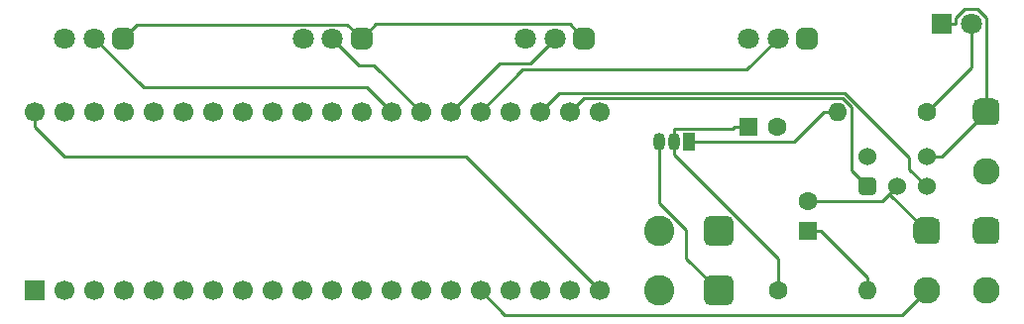
<source format=gbr>
%TF.GenerationSoftware,KiCad,Pcbnew,7.0.10*%
%TF.CreationDate,2024-01-25T23:58:25+01:00*%
%TF.ProjectId,daisy_01,64616973-795f-4303-912e-6b696361645f,rev?*%
%TF.SameCoordinates,Original*%
%TF.FileFunction,Copper,L2,Bot*%
%TF.FilePolarity,Positive*%
%FSLAX46Y46*%
G04 Gerber Fmt 4.6, Leading zero omitted, Abs format (unit mm)*
G04 Created by KiCad (PCBNEW 7.0.10) date 2024-01-25 23:58:25*
%MOMM*%
%LPD*%
G01*
G04 APERTURE LIST*
G04 Aperture macros list*
%AMRoundRect*
0 Rectangle with rounded corners*
0 $1 Rounding radius*
0 $2 $3 $4 $5 $6 $7 $8 $9 X,Y pos of 4 corners*
0 Add a 4 corners polygon primitive as box body*
4,1,4,$2,$3,$4,$5,$6,$7,$8,$9,$2,$3,0*
0 Add four circle primitives for the rounded corners*
1,1,$1+$1,$2,$3*
1,1,$1+$1,$4,$5*
1,1,$1+$1,$6,$7*
1,1,$1+$1,$8,$9*
0 Add four rect primitives between the rounded corners*
20,1,$1+$1,$2,$3,$4,$5,0*
20,1,$1+$1,$4,$5,$6,$7,0*
20,1,$1+$1,$6,$7,$8,$9,0*
20,1,$1+$1,$8,$9,$2,$3,0*%
G04 Aperture macros list end*
%TA.AperFunction,ComponentPad*%
%ADD10RoundRect,0.381000X-0.381000X-0.381000X0.381000X-0.381000X0.381000X0.381000X-0.381000X0.381000X0*%
%TD*%
%TA.AperFunction,ComponentPad*%
%ADD11C,1.524000*%
%TD*%
%TA.AperFunction,ComponentPad*%
%ADD12RoundRect,0.450000X0.450000X-0.450000X0.450000X0.450000X-0.450000X0.450000X-0.450000X-0.450000X0*%
%TD*%
%TA.AperFunction,ComponentPad*%
%ADD13C,1.800000*%
%TD*%
%TA.AperFunction,ComponentPad*%
%ADD14R,1.600000X1.600000*%
%TD*%
%TA.AperFunction,ComponentPad*%
%ADD15C,1.600000*%
%TD*%
%TA.AperFunction,ComponentPad*%
%ADD16R,1.800000X1.800000*%
%TD*%
%TA.AperFunction,ComponentPad*%
%ADD17R,1.700000X1.700000*%
%TD*%
%TA.AperFunction,ComponentPad*%
%ADD18C,1.700000*%
%TD*%
%TA.AperFunction,ComponentPad*%
%ADD19RoundRect,0.650000X0.650000X0.650000X-0.650000X0.650000X-0.650000X-0.650000X0.650000X-0.650000X0*%
%TD*%
%TA.AperFunction,ComponentPad*%
%ADD20C,2.600000*%
%TD*%
%TA.AperFunction,ComponentPad*%
%ADD21RoundRect,0.571500X-0.571500X0.571500X-0.571500X-0.571500X0.571500X-0.571500X0.571500X0.571500X0*%
%TD*%
%TA.AperFunction,ComponentPad*%
%ADD22C,2.286000*%
%TD*%
%TA.AperFunction,ComponentPad*%
%ADD23R,1.050000X1.500000*%
%TD*%
%TA.AperFunction,ComponentPad*%
%ADD24O,1.050000X1.500000*%
%TD*%
%TA.AperFunction,ComponentPad*%
%ADD25O,1.600000X1.600000*%
%TD*%
%TA.AperFunction,Conductor*%
%ADD26C,0.250000*%
%TD*%
G04 APERTURE END LIST*
D10*
%TO.P,SW2,A,A*%
%TO.N,Net-(U1-A0{slash}D15)*%
X175260000Y-120650000D03*
D11*
%TO.P,SW2,B,B*%
%TO.N,Net-(U1-A1{slash}D16)*%
X180340000Y-120650000D03*
%TO.P,SW2,C,C*%
%TO.N,GND*%
X177800000Y-120650000D03*
%TO.P,SW2,S1,S1*%
X180340000Y-118110000D03*
%TO.P,SW2,S2,S2*%
%TO.N,Net-(U1-A2{slash}D17)*%
X175260000Y-118110000D03*
%TD*%
D12*
%TO.P,RV2,1,1*%
%TO.N,GND*%
X151090000Y-108040000D03*
D13*
%TO.P,RV2,2,2*%
%TO.N,Net-(U1-A4{slash}D19)*%
X148590000Y-108040000D03*
%TO.P,RV2,3,3*%
%TO.N,/A_PWR3.3*%
X146090000Y-108040000D03*
%TD*%
D14*
%TO.P,C1,1*%
%TO.N,+9V*%
X170180000Y-124420000D03*
D15*
%TO.P,C1,2*%
%TO.N,GND*%
X170180000Y-121920000D03*
%TD*%
D12*
%TO.P,RV3,1,1*%
%TO.N,GND*%
X132080000Y-108040000D03*
D13*
%TO.P,RV3,2,2*%
%TO.N,Net-(U1-A5{slash}D20)*%
X129580000Y-108040000D03*
%TO.P,RV3,3,3*%
%TO.N,/A_PWR3.3*%
X127080000Y-108040000D03*
%TD*%
D16*
%TO.P,D1,1,K*%
%TO.N,GND*%
X181610000Y-106725000D03*
D13*
%TO.P,D1,2,A*%
%TO.N,Net-(D1-A)*%
X184150000Y-106725000D03*
%TD*%
D17*
%TO.P,U1,1,D0*%
%TO.N,unconnected-(U1-D0-Pad1)*%
X104140000Y-129540000D03*
D18*
%TO.P,U1,2,D1*%
%TO.N,unconnected-(U1-D1-Pad2)*%
X106680000Y-129540000D03*
%TO.P,U1,3,D2*%
%TO.N,unconnected-(U1-D2-Pad3)*%
X109220000Y-129540000D03*
%TO.P,U1,4,D3*%
%TO.N,unconnected-(U1-D3-Pad4)*%
X111760000Y-129540000D03*
%TO.P,U1,5,D4*%
%TO.N,unconnected-(U1-D4-Pad5)*%
X114300000Y-129540000D03*
%TO.P,U1,6,D5*%
%TO.N,unconnected-(U1-D5-Pad6)*%
X116840000Y-129540000D03*
%TO.P,U1,7,D6*%
%TO.N,unconnected-(U1-D6-Pad7)*%
X119380000Y-129540000D03*
%TO.P,U1,8,D7*%
%TO.N,unconnected-(U1-D7-Pad8)*%
X121920000Y-129540000D03*
%TO.P,U1,9,D8*%
%TO.N,unconnected-(U1-D8-Pad9)*%
X124460000Y-129540000D03*
%TO.P,U1,10,D9*%
%TO.N,unconnected-(U1-D9-Pad10)*%
X127000000Y-129540000D03*
%TO.P,U1,11,D10*%
%TO.N,unconnected-(U1-D10-Pad11)*%
X129540000Y-129540000D03*
%TO.P,U1,12,D11*%
%TO.N,unconnected-(U1-D11-Pad12)*%
X132080000Y-129540000D03*
%TO.P,U1,13,D12*%
%TO.N,unconnected-(U1-D12-Pad13)*%
X134620000Y-129540000D03*
%TO.P,U1,14,D13*%
%TO.N,unconnected-(U1-D13-Pad14)*%
X137160000Y-129540000D03*
%TO.P,U1,15,D14*%
%TO.N,unconnected-(U1-D14-Pad15)*%
X139700000Y-129540000D03*
%TO.P,U1,16,Audio_In_1*%
%TO.N,Net-(J1-PadT)*%
X142240000Y-129540000D03*
%TO.P,U1,17,Audio_In_1*%
%TO.N,unconnected-(U1-Audio_In_1-Pad17)*%
X144780000Y-129540000D03*
%TO.P,U1,18,Audio_Out_1*%
%TO.N,Net-(U1-Audio_Out_1)*%
X147320000Y-129540000D03*
%TO.P,U1,19,Audio_Out_2*%
%TO.N,Net-(U1-Audio_Out_2)*%
X149860000Y-129540000D03*
%TO.P,U1,20,AGND*%
%TO.N,GND*%
X152400000Y-129540000D03*
%TO.P,U1,21,3V3_ANALOG*%
%TO.N,/A_PWR3.3*%
X152400000Y-114300000D03*
%TO.P,U1,22,A0/D15*%
%TO.N,Net-(U1-A0{slash}D15)*%
X149860000Y-114300000D03*
%TO.P,U1,23,A1/D16*%
%TO.N,Net-(U1-A1{slash}D16)*%
X147320000Y-114300000D03*
%TO.P,U1,24,A2/D17*%
%TO.N,Net-(U1-A2{slash}D17)*%
X144780000Y-114300000D03*
%TO.P,U1,25,A3/D18*%
%TO.N,Net-(U1-A3{slash}D18)*%
X142240000Y-114300000D03*
%TO.P,U1,26,A4/D19*%
%TO.N,Net-(U1-A4{slash}D19)*%
X139700000Y-114300000D03*
%TO.P,U1,27,A5/D20*%
%TO.N,Net-(U1-A5{slash}D20)*%
X137160000Y-114300000D03*
%TO.P,U1,28,A5/D21*%
%TO.N,Net-(U1-A5{slash}D21)*%
X134620000Y-114300000D03*
%TO.P,U1,29,A7/D22*%
%TO.N,unconnected-(U1-A7{slash}D22-Pad29)*%
X132080000Y-114300000D03*
%TO.P,U1,30,A8/D23*%
%TO.N,unconnected-(U1-A8{slash}D23-Pad30)*%
X129540000Y-114300000D03*
%TO.P,U1,31,A9/D24*%
%TO.N,unconnected-(U1-A9{slash}D24-Pad31)*%
X127000000Y-114300000D03*
%TO.P,U1,32,A10/D25*%
%TO.N,unconnected-(U1-A10{slash}D25-Pad32)*%
X124460000Y-114300000D03*
%TO.P,U1,33,D26*%
%TO.N,unconnected-(U1-D26-Pad33)*%
X121920000Y-114300000D03*
%TO.P,U1,34,D27*%
%TO.N,unconnected-(U1-D27-Pad34)*%
X119380000Y-114300000D03*
%TO.P,U1,35,A11/D28*%
%TO.N,unconnected-(U1-A11{slash}D28-Pad35)*%
X116840000Y-114300000D03*
%TO.P,U1,36,D29*%
%TO.N,unconnected-(U1-D29-Pad36)*%
X114300000Y-114300000D03*
%TO.P,U1,37,D30*%
%TO.N,unconnected-(U1-D30-Pad37)*%
X111760000Y-114300000D03*
%TO.P,U1,38,3V3_DIGITAL*%
%TO.N,unconnected-(U1-3V3_DIGITAL-Pad38)*%
X109220000Y-114300000D03*
%TO.P,U1,39,VIN*%
%TO.N,+9V*%
X106680000Y-114300000D03*
%TO.P,U1,40,DGND*%
%TO.N,GND*%
X104140000Y-114300000D03*
%TD*%
D12*
%TO.P,RV1,1,1*%
%TO.N,GND*%
X170140000Y-108040000D03*
D13*
%TO.P,RV1,2,2*%
%TO.N,Net-(U1-A3{slash}D18)*%
X167640000Y-108040000D03*
%TO.P,RV1,3,3*%
%TO.N,/A_PWR3.3*%
X165140000Y-108040000D03*
%TD*%
D19*
%TO.P,SW1,1,A*%
%TO.N,Net-(BT1--)*%
X162560000Y-124460000D03*
D20*
%TO.P,SW1,2,B*%
%TO.N,GND*%
X157480000Y-124460000D03*
%TD*%
D14*
%TO.P,C2,1*%
%TO.N,Net-(Q1-B)*%
X165100000Y-115570000D03*
D15*
%TO.P,C2,2*%
%TO.N,GND*%
X167600000Y-115570000D03*
%TD*%
D19*
%TO.P,BT1,1,+*%
%TO.N,+9V*%
X162560000Y-129540000D03*
D20*
%TO.P,BT1,2,-*%
%TO.N,Net-(BT1--)*%
X157480000Y-129540000D03*
%TD*%
D12*
%TO.P,RV4,1,1*%
%TO.N,GND*%
X111720000Y-107995000D03*
D13*
%TO.P,RV4,2,2*%
%TO.N,Net-(U1-A5{slash}D21)*%
X109220000Y-107995000D03*
%TO.P,RV4,3,3*%
%TO.N,/A_PWR3.3*%
X106720000Y-107995000D03*
%TD*%
D21*
%TO.P,J3,S*%
%TO.N,GND*%
X185420000Y-124460000D03*
D22*
%TO.P,J3,T*%
%TO.N,Net-(U1-Audio_Out_2)*%
X185420000Y-129540000D03*
%TD*%
D23*
%TO.P,Q1,1,E*%
%TO.N,Net-(Q1-E)*%
X160020000Y-116840000D03*
D24*
%TO.P,Q1,2,B*%
%TO.N,Net-(Q1-B)*%
X158750000Y-116840000D03*
%TO.P,Q1,3,C*%
%TO.N,+9V*%
X157480000Y-116840000D03*
%TD*%
D21*
%TO.P,J1,S*%
%TO.N,GND*%
X180340000Y-124460000D03*
D22*
%TO.P,J1,T*%
%TO.N,Net-(J1-PadT)*%
X180340000Y-129540000D03*
%TD*%
D15*
%TO.P,R2,1*%
%TO.N,Net-(Q1-B)*%
X167640000Y-129540000D03*
D25*
%TO.P,R2,2*%
%TO.N,+9V*%
X175260000Y-129540000D03*
%TD*%
D15*
%TO.P,R1,1*%
%TO.N,Net-(D1-A)*%
X180340000Y-114300000D03*
D25*
%TO.P,R1,2*%
%TO.N,Net-(Q1-E)*%
X172720000Y-114300000D03*
%TD*%
D21*
%TO.P,J2,S*%
%TO.N,GND*%
X185420000Y-114300000D03*
D22*
%TO.P,J2,T*%
%TO.N,Net-(U1-Audio_Out_1)*%
X185420000Y-119380000D03*
%TD*%
D26*
%TO.N,GND*%
X140970000Y-118110000D02*
X106680000Y-118110000D01*
X152400000Y-129540000D02*
X140970000Y-118110000D01*
X106680000Y-118110000D02*
X104140000Y-115570000D01*
X104140000Y-115570000D02*
X104140000Y-114300000D01*
%TO.N,+9V*%
X157480000Y-116840000D02*
X157480000Y-122055700D01*
X170180000Y-124420000D02*
X171306900Y-124420000D01*
X175260000Y-129540000D02*
X175260000Y-128413100D01*
X159831500Y-124407200D02*
X159831500Y-126811500D01*
X159831500Y-126811500D02*
X162560000Y-129540000D01*
X157480000Y-122055700D02*
X159831500Y-124407200D01*
X175260000Y-128413100D02*
X171306900Y-124460000D01*
X171306900Y-124460000D02*
X171306900Y-124420000D01*
%TO.N,GND*%
X185420000Y-106235200D02*
X185420000Y-114300000D01*
X132080000Y-108040000D02*
X133317000Y-106803000D01*
X132080000Y-108040000D02*
X130844400Y-106804400D01*
X177165000Y-121285000D02*
X177800000Y-120650000D01*
X185420000Y-114300000D02*
X181610000Y-118110000D01*
X181610000Y-106725000D02*
X182836900Y-106725000D01*
X112910600Y-106804400D02*
X111720000Y-107995000D01*
X149853000Y-106803000D02*
X151090000Y-108040000D01*
X170180000Y-121920000D02*
X176530000Y-121920000D01*
X183609100Y-105492700D02*
X184677500Y-105492700D01*
X182836900Y-106264900D02*
X183609100Y-105492700D01*
X176530000Y-121920000D02*
X177165000Y-121285000D01*
X182836900Y-106725000D02*
X182836900Y-106264900D01*
X180340000Y-124460000D02*
X177165000Y-121285000D01*
X184677500Y-105492700D02*
X185420000Y-106235200D01*
X130844400Y-106804400D02*
X112910600Y-106804400D01*
X133317000Y-106803000D02*
X149853000Y-106803000D01*
X181610000Y-118110000D02*
X180340000Y-118110000D01*
%TO.N,Net-(Q1-B)*%
X167640000Y-126806900D02*
X158750000Y-117916900D01*
X158750000Y-115763100D02*
X163780000Y-115763100D01*
X167640000Y-129540000D02*
X167640000Y-126806900D01*
X158750000Y-116840000D02*
X158750000Y-117916900D01*
X158750000Y-116840000D02*
X158750000Y-115763100D01*
X165100000Y-115570000D02*
X163973100Y-115570000D01*
X163780000Y-115763100D02*
X163973100Y-115570000D01*
%TO.N,Net-(Q1-E)*%
X171593100Y-114300000D02*
X169053100Y-116840000D01*
X169053100Y-116840000D02*
X160020000Y-116840000D01*
X172720000Y-114300000D02*
X171593100Y-114300000D01*
%TO.N,Net-(D1-A)*%
X184150000Y-110490000D02*
X184150000Y-106725000D01*
X180340000Y-114300000D02*
X184150000Y-110490000D01*
%TO.N,Net-(J1-PadT)*%
X178249400Y-131630600D02*
X180340000Y-129540000D01*
X144330600Y-131630600D02*
X178249400Y-131630600D01*
X142240000Y-129540000D02*
X144330600Y-131630600D01*
%TO.N,Net-(U1-A3{slash}D18)*%
X167640000Y-108040000D02*
X164985400Y-110694600D01*
X164985400Y-110694600D02*
X145845400Y-110694600D01*
X145845400Y-110694600D02*
X142240000Y-114300000D01*
%TO.N,Net-(U1-A4{slash}D19)*%
X139700000Y-114300000D02*
X143838700Y-110161300D01*
X146468700Y-110161300D02*
X148590000Y-108040000D01*
X143838700Y-110161300D02*
X146468700Y-110161300D01*
%TO.N,Net-(U1-A5{slash}D20)*%
X131846400Y-110306400D02*
X129580000Y-108040000D01*
X137160000Y-114300000D02*
X133166400Y-110306400D01*
X133166400Y-110306400D02*
X131846400Y-110306400D01*
%TO.N,Net-(U1-A5{slash}D21)*%
X113443900Y-112218900D02*
X132538900Y-112218900D01*
X132538900Y-112218900D02*
X134620000Y-114300000D01*
X109220000Y-107995000D02*
X113443900Y-112218900D01*
%TO.N,Net-(U1-A0{slash}D15)*%
X151036900Y-113123100D02*
X173163000Y-113123100D01*
X173163000Y-113123100D02*
X173918800Y-113878900D01*
X173918800Y-113878900D02*
X173918800Y-119308800D01*
X149860000Y-114300000D02*
X151036900Y-113123100D01*
X173918800Y-119308800D02*
X175260000Y-120650000D01*
%TO.N,Net-(U1-A1{slash}D16)*%
X173363400Y-112671200D02*
X178887400Y-118195200D01*
X147320000Y-114300000D02*
X148948800Y-112671200D01*
X178887400Y-119197400D02*
X180340000Y-120650000D01*
X178887400Y-118195200D02*
X178887400Y-119197400D01*
X148948800Y-112671200D02*
X173363400Y-112671200D01*
%TD*%
M02*

</source>
